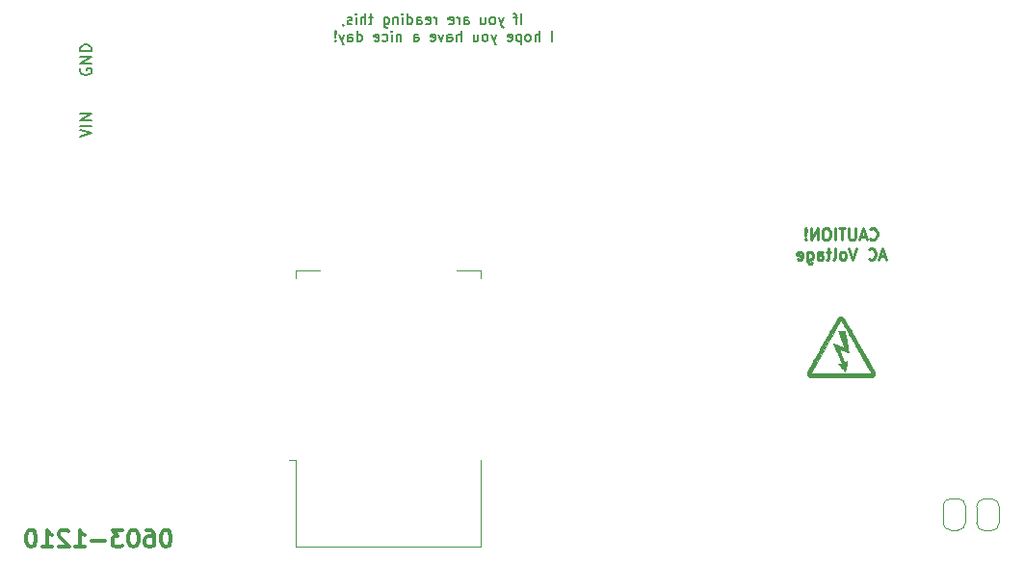
<source format=gbr>
G04 #@! TF.GenerationSoftware,KiCad,Pcbnew,5.1.9-73d0e3b20d~88~ubuntu18.04.1*
G04 #@! TF.CreationDate,2021-03-27T22:42:29+02:00*
G04 #@! TF.ProjectId,Electra,456c6563-7472-4612-9e6b-696361645f70,1*
G04 #@! TF.SameCoordinates,Original*
G04 #@! TF.FileFunction,Legend,Bot*
G04 #@! TF.FilePolarity,Positive*
%FSLAX46Y46*%
G04 Gerber Fmt 4.6, Leading zero omitted, Abs format (unit mm)*
G04 Created by KiCad (PCBNEW 5.1.9-73d0e3b20d~88~ubuntu18.04.1) date 2021-03-27 22:42:29*
%MOMM*%
%LPD*%
G01*
G04 APERTURE LIST*
%ADD10C,0.150000*%
%ADD11C,0.250000*%
%ADD12C,0.300000*%
%ADD13C,0.010000*%
%ADD14C,0.120000*%
G04 APERTURE END LIST*
D10*
X148867857Y-72182142D02*
X148867857Y-71282142D01*
X148567857Y-71582142D02*
X148225000Y-71582142D01*
X148439285Y-72182142D02*
X148439285Y-71410714D01*
X148396428Y-71325000D01*
X148310714Y-71282142D01*
X148225000Y-71282142D01*
X147325000Y-71582142D02*
X147110714Y-72182142D01*
X146896428Y-71582142D02*
X147110714Y-72182142D01*
X147196428Y-72396428D01*
X147239285Y-72439285D01*
X147325000Y-72482142D01*
X146425000Y-72182142D02*
X146510714Y-72139285D01*
X146553571Y-72096428D01*
X146596428Y-72010714D01*
X146596428Y-71753571D01*
X146553571Y-71667857D01*
X146510714Y-71625000D01*
X146425000Y-71582142D01*
X146296428Y-71582142D01*
X146210714Y-71625000D01*
X146167857Y-71667857D01*
X146125000Y-71753571D01*
X146125000Y-72010714D01*
X146167857Y-72096428D01*
X146210714Y-72139285D01*
X146296428Y-72182142D01*
X146425000Y-72182142D01*
X145353571Y-71582142D02*
X145353571Y-72182142D01*
X145739285Y-71582142D02*
X145739285Y-72053571D01*
X145696428Y-72139285D01*
X145610714Y-72182142D01*
X145482142Y-72182142D01*
X145396428Y-72139285D01*
X145353571Y-72096428D01*
X143853571Y-72182142D02*
X143853571Y-71710714D01*
X143896428Y-71625000D01*
X143982142Y-71582142D01*
X144153571Y-71582142D01*
X144239285Y-71625000D01*
X143853571Y-72139285D02*
X143939285Y-72182142D01*
X144153571Y-72182142D01*
X144239285Y-72139285D01*
X144282142Y-72053571D01*
X144282142Y-71967857D01*
X144239285Y-71882142D01*
X144153571Y-71839285D01*
X143939285Y-71839285D01*
X143853571Y-71796428D01*
X143425000Y-72182142D02*
X143425000Y-71582142D01*
X143425000Y-71753571D02*
X143382142Y-71667857D01*
X143339285Y-71625000D01*
X143253571Y-71582142D01*
X143167857Y-71582142D01*
X142525000Y-72139285D02*
X142610714Y-72182142D01*
X142782142Y-72182142D01*
X142867857Y-72139285D01*
X142910714Y-72053571D01*
X142910714Y-71710714D01*
X142867857Y-71625000D01*
X142782142Y-71582142D01*
X142610714Y-71582142D01*
X142525000Y-71625000D01*
X142482142Y-71710714D01*
X142482142Y-71796428D01*
X142910714Y-71882142D01*
X141410714Y-72182142D02*
X141410714Y-71582142D01*
X141410714Y-71753571D02*
X141367857Y-71667857D01*
X141325000Y-71625000D01*
X141239285Y-71582142D01*
X141153571Y-71582142D01*
X140510714Y-72139285D02*
X140596428Y-72182142D01*
X140767857Y-72182142D01*
X140853571Y-72139285D01*
X140896428Y-72053571D01*
X140896428Y-71710714D01*
X140853571Y-71625000D01*
X140767857Y-71582142D01*
X140596428Y-71582142D01*
X140510714Y-71625000D01*
X140467857Y-71710714D01*
X140467857Y-71796428D01*
X140896428Y-71882142D01*
X139696428Y-72182142D02*
X139696428Y-71710714D01*
X139739285Y-71625000D01*
X139825000Y-71582142D01*
X139996428Y-71582142D01*
X140082142Y-71625000D01*
X139696428Y-72139285D02*
X139782142Y-72182142D01*
X139996428Y-72182142D01*
X140082142Y-72139285D01*
X140125000Y-72053571D01*
X140125000Y-71967857D01*
X140082142Y-71882142D01*
X139996428Y-71839285D01*
X139782142Y-71839285D01*
X139696428Y-71796428D01*
X138882142Y-72182142D02*
X138882142Y-71282142D01*
X138882142Y-72139285D02*
X138967857Y-72182142D01*
X139139285Y-72182142D01*
X139225000Y-72139285D01*
X139267857Y-72096428D01*
X139310714Y-72010714D01*
X139310714Y-71753571D01*
X139267857Y-71667857D01*
X139225000Y-71625000D01*
X139139285Y-71582142D01*
X138967857Y-71582142D01*
X138882142Y-71625000D01*
X138453571Y-72182142D02*
X138453571Y-71582142D01*
X138453571Y-71282142D02*
X138496428Y-71325000D01*
X138453571Y-71367857D01*
X138410714Y-71325000D01*
X138453571Y-71282142D01*
X138453571Y-71367857D01*
X138025000Y-71582142D02*
X138025000Y-72182142D01*
X138025000Y-71667857D02*
X137982142Y-71625000D01*
X137896428Y-71582142D01*
X137767857Y-71582142D01*
X137682142Y-71625000D01*
X137639285Y-71710714D01*
X137639285Y-72182142D01*
X136825000Y-71582142D02*
X136825000Y-72310714D01*
X136867857Y-72396428D01*
X136910714Y-72439285D01*
X136996428Y-72482142D01*
X137125000Y-72482142D01*
X137210714Y-72439285D01*
X136825000Y-72139285D02*
X136910714Y-72182142D01*
X137082142Y-72182142D01*
X137167857Y-72139285D01*
X137210714Y-72096428D01*
X137253571Y-72010714D01*
X137253571Y-71753571D01*
X137210714Y-71667857D01*
X137167857Y-71625000D01*
X137082142Y-71582142D01*
X136910714Y-71582142D01*
X136825000Y-71625000D01*
X135839285Y-71582142D02*
X135496428Y-71582142D01*
X135710714Y-71282142D02*
X135710714Y-72053571D01*
X135667857Y-72139285D01*
X135582142Y-72182142D01*
X135496428Y-72182142D01*
X135196428Y-72182142D02*
X135196428Y-71282142D01*
X134810714Y-72182142D02*
X134810714Y-71710714D01*
X134853571Y-71625000D01*
X134939285Y-71582142D01*
X135067857Y-71582142D01*
X135153571Y-71625000D01*
X135196428Y-71667857D01*
X134382142Y-72182142D02*
X134382142Y-71582142D01*
X134382142Y-71282142D02*
X134425000Y-71325000D01*
X134382142Y-71367857D01*
X134339285Y-71325000D01*
X134382142Y-71282142D01*
X134382142Y-71367857D01*
X133996428Y-72139285D02*
X133910714Y-72182142D01*
X133739285Y-72182142D01*
X133653571Y-72139285D01*
X133610714Y-72053571D01*
X133610714Y-72010714D01*
X133653571Y-71925000D01*
X133739285Y-71882142D01*
X133867857Y-71882142D01*
X133953571Y-71839285D01*
X133996428Y-71753571D01*
X133996428Y-71710714D01*
X133953571Y-71625000D01*
X133867857Y-71582142D01*
X133739285Y-71582142D01*
X133653571Y-71625000D01*
X133182142Y-72139285D02*
X133182142Y-72182142D01*
X133225000Y-72267857D01*
X133267857Y-72310714D01*
X151610714Y-73682142D02*
X151610714Y-72782142D01*
X150496428Y-73682142D02*
X150496428Y-72782142D01*
X150110714Y-73682142D02*
X150110714Y-73210714D01*
X150153571Y-73125000D01*
X150239285Y-73082142D01*
X150367857Y-73082142D01*
X150453571Y-73125000D01*
X150496428Y-73167857D01*
X149553571Y-73682142D02*
X149639285Y-73639285D01*
X149682142Y-73596428D01*
X149725000Y-73510714D01*
X149725000Y-73253571D01*
X149682142Y-73167857D01*
X149639285Y-73125000D01*
X149553571Y-73082142D01*
X149425000Y-73082142D01*
X149339285Y-73125000D01*
X149296428Y-73167857D01*
X149253571Y-73253571D01*
X149253571Y-73510714D01*
X149296428Y-73596428D01*
X149339285Y-73639285D01*
X149425000Y-73682142D01*
X149553571Y-73682142D01*
X148867857Y-73082142D02*
X148867857Y-73982142D01*
X148867857Y-73125000D02*
X148782142Y-73082142D01*
X148610714Y-73082142D01*
X148525000Y-73125000D01*
X148482142Y-73167857D01*
X148439285Y-73253571D01*
X148439285Y-73510714D01*
X148482142Y-73596428D01*
X148525000Y-73639285D01*
X148610714Y-73682142D01*
X148782142Y-73682142D01*
X148867857Y-73639285D01*
X147710714Y-73639285D02*
X147796428Y-73682142D01*
X147967857Y-73682142D01*
X148053571Y-73639285D01*
X148096428Y-73553571D01*
X148096428Y-73210714D01*
X148053571Y-73125000D01*
X147967857Y-73082142D01*
X147796428Y-73082142D01*
X147710714Y-73125000D01*
X147667857Y-73210714D01*
X147667857Y-73296428D01*
X148096428Y-73382142D01*
X146682142Y-73082142D02*
X146467857Y-73682142D01*
X146253571Y-73082142D02*
X146467857Y-73682142D01*
X146553571Y-73896428D01*
X146596428Y-73939285D01*
X146682142Y-73982142D01*
X145782142Y-73682142D02*
X145867857Y-73639285D01*
X145910714Y-73596428D01*
X145953571Y-73510714D01*
X145953571Y-73253571D01*
X145910714Y-73167857D01*
X145867857Y-73125000D01*
X145782142Y-73082142D01*
X145653571Y-73082142D01*
X145567857Y-73125000D01*
X145525000Y-73167857D01*
X145482142Y-73253571D01*
X145482142Y-73510714D01*
X145525000Y-73596428D01*
X145567857Y-73639285D01*
X145653571Y-73682142D01*
X145782142Y-73682142D01*
X144710714Y-73082142D02*
X144710714Y-73682142D01*
X145096428Y-73082142D02*
X145096428Y-73553571D01*
X145053571Y-73639285D01*
X144967857Y-73682142D01*
X144839285Y-73682142D01*
X144753571Y-73639285D01*
X144710714Y-73596428D01*
X143596428Y-73682142D02*
X143596428Y-72782142D01*
X143210714Y-73682142D02*
X143210714Y-73210714D01*
X143253571Y-73125000D01*
X143339285Y-73082142D01*
X143467857Y-73082142D01*
X143553571Y-73125000D01*
X143596428Y-73167857D01*
X142396428Y-73682142D02*
X142396428Y-73210714D01*
X142439285Y-73125000D01*
X142525000Y-73082142D01*
X142696428Y-73082142D01*
X142782142Y-73125000D01*
X142396428Y-73639285D02*
X142482142Y-73682142D01*
X142696428Y-73682142D01*
X142782142Y-73639285D01*
X142825000Y-73553571D01*
X142825000Y-73467857D01*
X142782142Y-73382142D01*
X142696428Y-73339285D01*
X142482142Y-73339285D01*
X142396428Y-73296428D01*
X142053571Y-73082142D02*
X141839285Y-73682142D01*
X141625000Y-73082142D01*
X140939285Y-73639285D02*
X141025000Y-73682142D01*
X141196428Y-73682142D01*
X141282142Y-73639285D01*
X141325000Y-73553571D01*
X141325000Y-73210714D01*
X141282142Y-73125000D01*
X141196428Y-73082142D01*
X141025000Y-73082142D01*
X140939285Y-73125000D01*
X140896428Y-73210714D01*
X140896428Y-73296428D01*
X141325000Y-73382142D01*
X139439285Y-73682142D02*
X139439285Y-73210714D01*
X139482142Y-73125000D01*
X139567857Y-73082142D01*
X139739285Y-73082142D01*
X139825000Y-73125000D01*
X139439285Y-73639285D02*
X139525000Y-73682142D01*
X139739285Y-73682142D01*
X139825000Y-73639285D01*
X139867857Y-73553571D01*
X139867857Y-73467857D01*
X139825000Y-73382142D01*
X139739285Y-73339285D01*
X139525000Y-73339285D01*
X139439285Y-73296428D01*
X138325000Y-73082142D02*
X138325000Y-73682142D01*
X138325000Y-73167857D02*
X138282142Y-73125000D01*
X138196428Y-73082142D01*
X138067857Y-73082142D01*
X137982142Y-73125000D01*
X137939285Y-73210714D01*
X137939285Y-73682142D01*
X137510714Y-73682142D02*
X137510714Y-73082142D01*
X137510714Y-72782142D02*
X137553571Y-72825000D01*
X137510714Y-72867857D01*
X137467857Y-72825000D01*
X137510714Y-72782142D01*
X137510714Y-72867857D01*
X136696428Y-73639285D02*
X136782142Y-73682142D01*
X136953571Y-73682142D01*
X137039285Y-73639285D01*
X137082142Y-73596428D01*
X137125000Y-73510714D01*
X137125000Y-73253571D01*
X137082142Y-73167857D01*
X137039285Y-73125000D01*
X136953571Y-73082142D01*
X136782142Y-73082142D01*
X136696428Y-73125000D01*
X135967857Y-73639285D02*
X136053571Y-73682142D01*
X136225000Y-73682142D01*
X136310714Y-73639285D01*
X136353571Y-73553571D01*
X136353571Y-73210714D01*
X136310714Y-73125000D01*
X136225000Y-73082142D01*
X136053571Y-73082142D01*
X135967857Y-73125000D01*
X135925000Y-73210714D01*
X135925000Y-73296428D01*
X136353571Y-73382142D01*
X134467857Y-73682142D02*
X134467857Y-72782142D01*
X134467857Y-73639285D02*
X134553571Y-73682142D01*
X134725000Y-73682142D01*
X134810714Y-73639285D01*
X134853571Y-73596428D01*
X134896428Y-73510714D01*
X134896428Y-73253571D01*
X134853571Y-73167857D01*
X134810714Y-73125000D01*
X134725000Y-73082142D01*
X134553571Y-73082142D01*
X134467857Y-73125000D01*
X133653571Y-73682142D02*
X133653571Y-73210714D01*
X133696428Y-73125000D01*
X133782142Y-73082142D01*
X133953571Y-73082142D01*
X134039285Y-73125000D01*
X133653571Y-73639285D02*
X133739285Y-73682142D01*
X133953571Y-73682142D01*
X134039285Y-73639285D01*
X134082142Y-73553571D01*
X134082142Y-73467857D01*
X134039285Y-73382142D01*
X133953571Y-73339285D01*
X133739285Y-73339285D01*
X133653571Y-73296428D01*
X133310714Y-73082142D02*
X133096428Y-73682142D01*
X132882142Y-73082142D02*
X133096428Y-73682142D01*
X133182142Y-73896428D01*
X133225000Y-73939285D01*
X133310714Y-73982142D01*
X132539285Y-73596428D02*
X132496428Y-73639285D01*
X132539285Y-73682142D01*
X132582142Y-73639285D01*
X132539285Y-73596428D01*
X132539285Y-73682142D01*
X132539285Y-73339285D02*
X132582142Y-72825000D01*
X132539285Y-72782142D01*
X132496428Y-72825000D01*
X132539285Y-73339285D01*
X132539285Y-72782142D01*
D11*
X179547619Y-91057142D02*
X179595238Y-91104761D01*
X179738095Y-91152380D01*
X179833333Y-91152380D01*
X179976190Y-91104761D01*
X180071428Y-91009523D01*
X180119047Y-90914285D01*
X180166666Y-90723809D01*
X180166666Y-90580952D01*
X180119047Y-90390476D01*
X180071428Y-90295238D01*
X179976190Y-90200000D01*
X179833333Y-90152380D01*
X179738095Y-90152380D01*
X179595238Y-90200000D01*
X179547619Y-90247619D01*
X179166666Y-90866666D02*
X178690476Y-90866666D01*
X179261904Y-91152380D02*
X178928571Y-90152380D01*
X178595238Y-91152380D01*
X178261904Y-90152380D02*
X178261904Y-90961904D01*
X178214285Y-91057142D01*
X178166666Y-91104761D01*
X178071428Y-91152380D01*
X177880952Y-91152380D01*
X177785714Y-91104761D01*
X177738095Y-91057142D01*
X177690476Y-90961904D01*
X177690476Y-90152380D01*
X177357142Y-90152380D02*
X176785714Y-90152380D01*
X177071428Y-91152380D02*
X177071428Y-90152380D01*
X176452380Y-91152380D02*
X176452380Y-90152380D01*
X175785714Y-90152380D02*
X175595238Y-90152380D01*
X175500000Y-90200000D01*
X175404761Y-90295238D01*
X175357142Y-90485714D01*
X175357142Y-90819047D01*
X175404761Y-91009523D01*
X175500000Y-91104761D01*
X175595238Y-91152380D01*
X175785714Y-91152380D01*
X175880952Y-91104761D01*
X175976190Y-91009523D01*
X176023809Y-90819047D01*
X176023809Y-90485714D01*
X175976190Y-90295238D01*
X175880952Y-90200000D01*
X175785714Y-90152380D01*
X174928571Y-91152380D02*
X174928571Y-90152380D01*
X174357142Y-91152380D01*
X174357142Y-90152380D01*
X173880952Y-91057142D02*
X173833333Y-91104761D01*
X173880952Y-91152380D01*
X173928571Y-91104761D01*
X173880952Y-91057142D01*
X173880952Y-91152380D01*
X173880952Y-90771428D02*
X173928571Y-90200000D01*
X173880952Y-90152380D01*
X173833333Y-90200000D01*
X173880952Y-90771428D01*
X173880952Y-90152380D01*
X180880952Y-92616666D02*
X180404761Y-92616666D01*
X180976190Y-92902380D02*
X180642857Y-91902380D01*
X180309523Y-92902380D01*
X179404761Y-92807142D02*
X179452380Y-92854761D01*
X179595238Y-92902380D01*
X179690476Y-92902380D01*
X179833333Y-92854761D01*
X179928571Y-92759523D01*
X179976190Y-92664285D01*
X180023809Y-92473809D01*
X180023809Y-92330952D01*
X179976190Y-92140476D01*
X179928571Y-92045238D01*
X179833333Y-91950000D01*
X179690476Y-91902380D01*
X179595238Y-91902380D01*
X179452380Y-91950000D01*
X179404761Y-91997619D01*
X178357142Y-91902380D02*
X178023809Y-92902380D01*
X177690476Y-91902380D01*
X177214285Y-92902380D02*
X177309523Y-92854761D01*
X177357142Y-92807142D01*
X177404761Y-92711904D01*
X177404761Y-92426190D01*
X177357142Y-92330952D01*
X177309523Y-92283333D01*
X177214285Y-92235714D01*
X177071428Y-92235714D01*
X176976190Y-92283333D01*
X176928571Y-92330952D01*
X176880952Y-92426190D01*
X176880952Y-92711904D01*
X176928571Y-92807142D01*
X176976190Y-92854761D01*
X177071428Y-92902380D01*
X177214285Y-92902380D01*
X176309523Y-92902380D02*
X176404761Y-92854761D01*
X176452380Y-92759523D01*
X176452380Y-91902380D01*
X176071428Y-92235714D02*
X175690476Y-92235714D01*
X175928571Y-91902380D02*
X175928571Y-92759523D01*
X175880952Y-92854761D01*
X175785714Y-92902380D01*
X175690476Y-92902380D01*
X174928571Y-92902380D02*
X174928571Y-92378571D01*
X174976190Y-92283333D01*
X175071428Y-92235714D01*
X175261904Y-92235714D01*
X175357142Y-92283333D01*
X174928571Y-92854761D02*
X175023809Y-92902380D01*
X175261904Y-92902380D01*
X175357142Y-92854761D01*
X175404761Y-92759523D01*
X175404761Y-92664285D01*
X175357142Y-92569047D01*
X175261904Y-92521428D01*
X175023809Y-92521428D01*
X174928571Y-92473809D01*
X174023809Y-92235714D02*
X174023809Y-93045238D01*
X174071428Y-93140476D01*
X174119047Y-93188095D01*
X174214285Y-93235714D01*
X174357142Y-93235714D01*
X174452380Y-93188095D01*
X174023809Y-92854761D02*
X174119047Y-92902380D01*
X174309523Y-92902380D01*
X174404761Y-92854761D01*
X174452380Y-92807142D01*
X174500000Y-92711904D01*
X174500000Y-92426190D01*
X174452380Y-92330952D01*
X174404761Y-92283333D01*
X174309523Y-92235714D01*
X174119047Y-92235714D01*
X174023809Y-92283333D01*
X173166666Y-92854761D02*
X173261904Y-92902380D01*
X173452380Y-92902380D01*
X173547619Y-92854761D01*
X173595238Y-92759523D01*
X173595238Y-92378571D01*
X173547619Y-92283333D01*
X173452380Y-92235714D01*
X173261904Y-92235714D01*
X173166666Y-92283333D01*
X173119047Y-92378571D01*
X173119047Y-92473809D01*
X173595238Y-92569047D01*
D12*
X117725000Y-116678571D02*
X117582142Y-116678571D01*
X117439285Y-116750000D01*
X117367857Y-116821428D01*
X117296428Y-116964285D01*
X117225000Y-117250000D01*
X117225000Y-117607142D01*
X117296428Y-117892857D01*
X117367857Y-118035714D01*
X117439285Y-118107142D01*
X117582142Y-118178571D01*
X117725000Y-118178571D01*
X117867857Y-118107142D01*
X117939285Y-118035714D01*
X118010714Y-117892857D01*
X118082142Y-117607142D01*
X118082142Y-117250000D01*
X118010714Y-116964285D01*
X117939285Y-116821428D01*
X117867857Y-116750000D01*
X117725000Y-116678571D01*
X115939285Y-116678571D02*
X116225000Y-116678571D01*
X116367857Y-116750000D01*
X116439285Y-116821428D01*
X116582142Y-117035714D01*
X116653571Y-117321428D01*
X116653571Y-117892857D01*
X116582142Y-118035714D01*
X116510714Y-118107142D01*
X116367857Y-118178571D01*
X116082142Y-118178571D01*
X115939285Y-118107142D01*
X115867857Y-118035714D01*
X115796428Y-117892857D01*
X115796428Y-117535714D01*
X115867857Y-117392857D01*
X115939285Y-117321428D01*
X116082142Y-117250000D01*
X116367857Y-117250000D01*
X116510714Y-117321428D01*
X116582142Y-117392857D01*
X116653571Y-117535714D01*
X114867857Y-116678571D02*
X114725000Y-116678571D01*
X114582142Y-116750000D01*
X114510714Y-116821428D01*
X114439285Y-116964285D01*
X114367857Y-117250000D01*
X114367857Y-117607142D01*
X114439285Y-117892857D01*
X114510714Y-118035714D01*
X114582142Y-118107142D01*
X114725000Y-118178571D01*
X114867857Y-118178571D01*
X115010714Y-118107142D01*
X115082142Y-118035714D01*
X115153571Y-117892857D01*
X115225000Y-117607142D01*
X115225000Y-117250000D01*
X115153571Y-116964285D01*
X115082142Y-116821428D01*
X115010714Y-116750000D01*
X114867857Y-116678571D01*
X113867857Y-116678571D02*
X112939285Y-116678571D01*
X113439285Y-117250000D01*
X113225000Y-117250000D01*
X113082142Y-117321428D01*
X113010714Y-117392857D01*
X112939285Y-117535714D01*
X112939285Y-117892857D01*
X113010714Y-118035714D01*
X113082142Y-118107142D01*
X113225000Y-118178571D01*
X113653571Y-118178571D01*
X113796428Y-118107142D01*
X113867857Y-118035714D01*
X112296428Y-117607142D02*
X111153571Y-117607142D01*
X109653571Y-118178571D02*
X110510714Y-118178571D01*
X110082142Y-118178571D02*
X110082142Y-116678571D01*
X110225000Y-116892857D01*
X110367857Y-117035714D01*
X110510714Y-117107142D01*
X109082142Y-116821428D02*
X109010714Y-116750000D01*
X108867857Y-116678571D01*
X108510714Y-116678571D01*
X108367857Y-116750000D01*
X108296428Y-116821428D01*
X108225000Y-116964285D01*
X108225000Y-117107142D01*
X108296428Y-117321428D01*
X109153571Y-118178571D01*
X108225000Y-118178571D01*
X106796428Y-118178571D02*
X107653571Y-118178571D01*
X107225000Y-118178571D02*
X107225000Y-116678571D01*
X107367857Y-116892857D01*
X107510714Y-117035714D01*
X107653571Y-117107142D01*
X105867857Y-116678571D02*
X105725000Y-116678571D01*
X105582142Y-116750000D01*
X105510714Y-116821428D01*
X105439285Y-116964285D01*
X105367857Y-117250000D01*
X105367857Y-117607142D01*
X105439285Y-117892857D01*
X105510714Y-118035714D01*
X105582142Y-118107142D01*
X105725000Y-118178571D01*
X105867857Y-118178571D01*
X106010714Y-118107142D01*
X106082142Y-118035714D01*
X106153571Y-117892857D01*
X106225000Y-117607142D01*
X106225000Y-117250000D01*
X106153571Y-116964285D01*
X106082142Y-116821428D01*
X106010714Y-116750000D01*
X105867857Y-116678571D01*
D10*
X110127380Y-82120238D02*
X111127380Y-81786904D01*
X110127380Y-81453571D01*
X111127380Y-81120238D02*
X110127380Y-81120238D01*
X111127380Y-80644047D02*
X110127380Y-80644047D01*
X111127380Y-80072619D01*
X110127380Y-80072619D01*
X110175000Y-76086904D02*
X110127380Y-76182142D01*
X110127380Y-76325000D01*
X110175000Y-76467857D01*
X110270238Y-76563095D01*
X110365476Y-76610714D01*
X110555952Y-76658333D01*
X110698809Y-76658333D01*
X110889285Y-76610714D01*
X110984523Y-76563095D01*
X111079761Y-76467857D01*
X111127380Y-76325000D01*
X111127380Y-76229761D01*
X111079761Y-76086904D01*
X111032142Y-76039285D01*
X110698809Y-76039285D01*
X110698809Y-76229761D01*
X111127380Y-75610714D02*
X110127380Y-75610714D01*
X111127380Y-75039285D01*
X110127380Y-75039285D01*
X111127380Y-74563095D02*
X110127380Y-74563095D01*
X110127380Y-74325000D01*
X110175000Y-74182142D01*
X110270238Y-74086904D01*
X110365476Y-74039285D01*
X110555952Y-73991666D01*
X110698809Y-73991666D01*
X110889285Y-74039285D01*
X110984523Y-74086904D01*
X111079761Y-74182142D01*
X111127380Y-74325000D01*
X111127380Y-74563095D01*
D13*
G36*
X176949172Y-99188249D02*
G01*
X176871750Y-99190040D01*
X176810594Y-99192766D01*
X176770450Y-99196217D01*
X176756062Y-99200170D01*
X176761341Y-99216472D01*
X176776489Y-99258499D01*
X176800475Y-99323497D01*
X176832268Y-99408714D01*
X176870836Y-99511399D01*
X176915147Y-99628797D01*
X176964171Y-99758158D01*
X177016876Y-99896727D01*
X177028861Y-99928171D01*
X177082067Y-100068108D01*
X177131626Y-100199228D01*
X177176530Y-100318812D01*
X177215774Y-100424142D01*
X177248350Y-100512502D01*
X177273252Y-100581172D01*
X177289474Y-100627434D01*
X177296009Y-100648571D01*
X177296036Y-100649592D01*
X177280898Y-100646012D01*
X177240521Y-100633093D01*
X177178291Y-100612009D01*
X177097591Y-100583934D01*
X177001806Y-100550041D01*
X176894322Y-100511503D01*
X176817047Y-100483524D01*
X176703533Y-100442537D01*
X176599379Y-100405454D01*
X176507979Y-100373441D01*
X176432730Y-100347666D01*
X176377025Y-100329298D01*
X176344260Y-100319504D01*
X176336828Y-100318324D01*
X176341511Y-100333140D01*
X176357373Y-100373481D01*
X176383391Y-100436926D01*
X176418542Y-100521056D01*
X176461804Y-100623450D01*
X176512154Y-100741689D01*
X176568568Y-100873354D01*
X176630025Y-101016022D01*
X176695501Y-101167276D01*
X176700194Y-101178091D01*
X177070415Y-102031003D01*
X176919773Y-102035359D01*
X176856854Y-102038344D01*
X176807862Y-102042900D01*
X176779010Y-102048317D01*
X176774031Y-102052048D01*
X176784776Y-102067570D01*
X176811526Y-102102770D01*
X176851389Y-102154033D01*
X176901476Y-102217740D01*
X176958894Y-102290276D01*
X177020752Y-102368022D01*
X177084160Y-102447363D01*
X177146227Y-102524681D01*
X177204062Y-102596359D01*
X177254772Y-102658780D01*
X177295469Y-102708328D01*
X177323260Y-102741384D01*
X177335254Y-102754333D01*
X177335414Y-102754392D01*
X177340229Y-102740240D01*
X177350175Y-102699836D01*
X177364448Y-102636840D01*
X177382243Y-102554911D01*
X177402757Y-102457706D01*
X177425186Y-102348883D01*
X177433241Y-102309213D01*
X177456303Y-102195469D01*
X177477693Y-102090467D01*
X177496590Y-101998199D01*
X177512173Y-101922654D01*
X177523621Y-101867823D01*
X177530114Y-101837695D01*
X177530973Y-101834069D01*
X177526231Y-101826349D01*
X177502528Y-101836909D01*
X177458482Y-101866524D01*
X177414988Y-101898865D01*
X177362756Y-101938151D01*
X177320046Y-101969381D01*
X177292290Y-101988634D01*
X177284689Y-101992887D01*
X177277780Y-101979154D01*
X177261815Y-101940352D01*
X177238131Y-101880082D01*
X177208062Y-101801942D01*
X177172944Y-101709533D01*
X177134112Y-101606454D01*
X177092902Y-101496304D01*
X177050647Y-101382683D01*
X177008684Y-101269190D01*
X176968347Y-101159425D01*
X176930973Y-101056987D01*
X176897896Y-100965475D01*
X176870451Y-100888490D01*
X176849973Y-100829629D01*
X176837798Y-100792494D01*
X176835012Y-100780645D01*
X176850489Y-100783840D01*
X176890969Y-100796089D01*
X176952747Y-100816163D01*
X177032120Y-100842832D01*
X177125385Y-100874867D01*
X177228838Y-100911039D01*
X177244730Y-100916648D01*
X177349172Y-100953460D01*
X177443733Y-100986605D01*
X177524752Y-101014816D01*
X177588568Y-101036824D01*
X177631522Y-101051361D01*
X177649954Y-101057159D01*
X177650378Y-101057196D01*
X177648178Y-101042269D01*
X177641003Y-100999907D01*
X177629311Y-100932677D01*
X177613556Y-100843148D01*
X177594193Y-100733889D01*
X177571678Y-100607469D01*
X177546466Y-100466457D01*
X177519013Y-100313422D01*
X177489774Y-100150931D01*
X177486518Y-100132863D01*
X177457040Y-99969167D01*
X177429231Y-99814389D01*
X177403553Y-99671132D01*
X177380471Y-99542002D01*
X177360449Y-99429601D01*
X177343950Y-99336535D01*
X177331437Y-99265408D01*
X177323376Y-99218823D01*
X177320230Y-99199386D01*
X177320203Y-99199040D01*
X177305737Y-99195434D01*
X177265526Y-99192295D01*
X177204316Y-99189816D01*
X177126854Y-99188188D01*
X177038115Y-99187605D01*
X176949172Y-99188249D01*
G37*
X176949172Y-99188249D02*
X176871750Y-99190040D01*
X176810594Y-99192766D01*
X176770450Y-99196217D01*
X176756062Y-99200170D01*
X176761341Y-99216472D01*
X176776489Y-99258499D01*
X176800475Y-99323497D01*
X176832268Y-99408714D01*
X176870836Y-99511399D01*
X176915147Y-99628797D01*
X176964171Y-99758158D01*
X177016876Y-99896727D01*
X177028861Y-99928171D01*
X177082067Y-100068108D01*
X177131626Y-100199228D01*
X177176530Y-100318812D01*
X177215774Y-100424142D01*
X177248350Y-100512502D01*
X177273252Y-100581172D01*
X177289474Y-100627434D01*
X177296009Y-100648571D01*
X177296036Y-100649592D01*
X177280898Y-100646012D01*
X177240521Y-100633093D01*
X177178291Y-100612009D01*
X177097591Y-100583934D01*
X177001806Y-100550041D01*
X176894322Y-100511503D01*
X176817047Y-100483524D01*
X176703533Y-100442537D01*
X176599379Y-100405454D01*
X176507979Y-100373441D01*
X176432730Y-100347666D01*
X176377025Y-100329298D01*
X176344260Y-100319504D01*
X176336828Y-100318324D01*
X176341511Y-100333140D01*
X176357373Y-100373481D01*
X176383391Y-100436926D01*
X176418542Y-100521056D01*
X176461804Y-100623450D01*
X176512154Y-100741689D01*
X176568568Y-100873354D01*
X176630025Y-101016022D01*
X176695501Y-101167276D01*
X176700194Y-101178091D01*
X177070415Y-102031003D01*
X176919773Y-102035359D01*
X176856854Y-102038344D01*
X176807862Y-102042900D01*
X176779010Y-102048317D01*
X176774031Y-102052048D01*
X176784776Y-102067570D01*
X176811526Y-102102770D01*
X176851389Y-102154033D01*
X176901476Y-102217740D01*
X176958894Y-102290276D01*
X177020752Y-102368022D01*
X177084160Y-102447363D01*
X177146227Y-102524681D01*
X177204062Y-102596359D01*
X177254772Y-102658780D01*
X177295469Y-102708328D01*
X177323260Y-102741384D01*
X177335254Y-102754333D01*
X177335414Y-102754392D01*
X177340229Y-102740240D01*
X177350175Y-102699836D01*
X177364448Y-102636840D01*
X177382243Y-102554911D01*
X177402757Y-102457706D01*
X177425186Y-102348883D01*
X177433241Y-102309213D01*
X177456303Y-102195469D01*
X177477693Y-102090467D01*
X177496590Y-101998199D01*
X177512173Y-101922654D01*
X177523621Y-101867823D01*
X177530114Y-101837695D01*
X177530973Y-101834069D01*
X177526231Y-101826349D01*
X177502528Y-101836909D01*
X177458482Y-101866524D01*
X177414988Y-101898865D01*
X177362756Y-101938151D01*
X177320046Y-101969381D01*
X177292290Y-101988634D01*
X177284689Y-101992887D01*
X177277780Y-101979154D01*
X177261815Y-101940352D01*
X177238131Y-101880082D01*
X177208062Y-101801942D01*
X177172944Y-101709533D01*
X177134112Y-101606454D01*
X177092902Y-101496304D01*
X177050647Y-101382683D01*
X177008684Y-101269190D01*
X176968347Y-101159425D01*
X176930973Y-101056987D01*
X176897896Y-100965475D01*
X176870451Y-100888490D01*
X176849973Y-100829629D01*
X176837798Y-100792494D01*
X176835012Y-100780645D01*
X176850489Y-100783840D01*
X176890969Y-100796089D01*
X176952747Y-100816163D01*
X177032120Y-100842832D01*
X177125385Y-100874867D01*
X177228838Y-100911039D01*
X177244730Y-100916648D01*
X177349172Y-100953460D01*
X177443733Y-100986605D01*
X177524752Y-101014816D01*
X177588568Y-101036824D01*
X177631522Y-101051361D01*
X177649954Y-101057159D01*
X177650378Y-101057196D01*
X177648178Y-101042269D01*
X177641003Y-100999907D01*
X177629311Y-100932677D01*
X177613556Y-100843148D01*
X177594193Y-100733889D01*
X177571678Y-100607469D01*
X177546466Y-100466457D01*
X177519013Y-100313422D01*
X177489774Y-100150931D01*
X177486518Y-100132863D01*
X177457040Y-99969167D01*
X177429231Y-99814389D01*
X177403553Y-99671132D01*
X177380471Y-99542002D01*
X177360449Y-99429601D01*
X177343950Y-99336535D01*
X177331437Y-99265408D01*
X177323376Y-99218823D01*
X177320230Y-99199386D01*
X177320203Y-99199040D01*
X177305737Y-99195434D01*
X177265526Y-99192295D01*
X177204316Y-99189816D01*
X177126854Y-99188188D01*
X177038115Y-99187605D01*
X176949172Y-99188249D01*
G36*
X176897506Y-97916777D02*
G01*
X176809994Y-97951779D01*
X176735138Y-98013541D01*
X176726818Y-98023121D01*
X176713747Y-98043025D01*
X176686765Y-98087775D01*
X176646800Y-98155727D01*
X176594780Y-98245236D01*
X176531632Y-98354658D01*
X176458287Y-98482350D01*
X176375671Y-98626668D01*
X176284714Y-98785967D01*
X176186343Y-98958604D01*
X176081487Y-99142934D01*
X175971073Y-99337313D01*
X175856031Y-99540098D01*
X175737289Y-99749644D01*
X175615774Y-99964307D01*
X175492415Y-100182444D01*
X175368141Y-100402411D01*
X175243879Y-100622562D01*
X175120559Y-100841255D01*
X174999107Y-101056845D01*
X174880454Y-101267688D01*
X174765525Y-101472141D01*
X174655251Y-101668559D01*
X174550560Y-101855298D01*
X174452379Y-102030714D01*
X174361636Y-102193163D01*
X174279261Y-102341002D01*
X174206182Y-102472585D01*
X174143326Y-102586270D01*
X174091622Y-102680412D01*
X174051999Y-102753367D01*
X174025384Y-102803491D01*
X174012706Y-102829140D01*
X174011854Y-102831423D01*
X173996538Y-102934023D01*
X174009810Y-103028670D01*
X174050457Y-103112439D01*
X174117270Y-103182409D01*
X174171849Y-103217870D01*
X174232833Y-103250690D01*
X176969508Y-103253276D01*
X177256588Y-103253483D01*
X177535747Y-103253557D01*
X177805431Y-103253504D01*
X178064090Y-103253330D01*
X178310171Y-103253038D01*
X178542121Y-103252635D01*
X178758390Y-103252125D01*
X178957424Y-103251514D01*
X179137673Y-103250806D01*
X179297584Y-103250007D01*
X179435604Y-103249121D01*
X179550183Y-103248155D01*
X179639768Y-103247112D01*
X179702806Y-103245998D01*
X179737747Y-103244819D01*
X179744396Y-103244153D01*
X179822097Y-103211534D01*
X179888086Y-103167383D01*
X179907465Y-103149020D01*
X179955430Y-103076614D01*
X179981928Y-102989822D01*
X179984005Y-102934334D01*
X179683093Y-102934334D01*
X179677691Y-102936797D01*
X179660674Y-102939053D01*
X179630911Y-102941109D01*
X179587273Y-102942972D01*
X179528631Y-102944652D01*
X179453856Y-102946156D01*
X179361817Y-102947491D01*
X179251387Y-102948667D01*
X179121434Y-102949691D01*
X178970830Y-102950571D01*
X178798445Y-102951315D01*
X178603151Y-102951931D01*
X178383816Y-102952427D01*
X178139313Y-102952811D01*
X177868512Y-102953092D01*
X177570282Y-102953276D01*
X177243496Y-102953372D01*
X176992377Y-102953392D01*
X176646112Y-102953355D01*
X176329180Y-102953242D01*
X176040421Y-102953042D01*
X175778677Y-102952748D01*
X175542786Y-102952351D01*
X175331591Y-102951842D01*
X175143932Y-102951215D01*
X174978649Y-102950459D01*
X174834582Y-102949567D01*
X174710574Y-102948530D01*
X174605463Y-102947340D01*
X174518091Y-102945988D01*
X174447298Y-102944467D01*
X174391925Y-102942768D01*
X174350813Y-102940881D01*
X174322802Y-102938800D01*
X174306732Y-102936516D01*
X174301445Y-102934020D01*
X174301440Y-102933943D01*
X174308793Y-102919074D01*
X174330235Y-102879301D01*
X174364845Y-102816261D01*
X174411702Y-102731588D01*
X174469884Y-102626921D01*
X174538469Y-102503895D01*
X174616536Y-102364147D01*
X174703164Y-102209315D01*
X174797430Y-102041033D01*
X174898413Y-101860939D01*
X175005191Y-101670669D01*
X175116843Y-101471861D01*
X175232447Y-101266149D01*
X175351082Y-101055172D01*
X175471826Y-100840565D01*
X175593757Y-100623965D01*
X175715954Y-100407009D01*
X175837495Y-100191332D01*
X175957459Y-99978573D01*
X176074923Y-99770366D01*
X176188967Y-99568350D01*
X176298668Y-99374159D01*
X176403106Y-99189431D01*
X176501358Y-99015803D01*
X176592503Y-98854911D01*
X176675619Y-98708391D01*
X176749784Y-98577880D01*
X176814078Y-98465014D01*
X176867578Y-98371431D01*
X176909363Y-98298766D01*
X176938511Y-98248656D01*
X176954101Y-98222738D01*
X176956366Y-98219478D01*
X176975010Y-98215470D01*
X176985464Y-98227101D01*
X177003224Y-98256874D01*
X177034584Y-98310455D01*
X177078611Y-98386221D01*
X177134376Y-98482546D01*
X177200948Y-98597808D01*
X177277397Y-98730382D01*
X177362791Y-98878645D01*
X177456200Y-99040973D01*
X177556694Y-99215742D01*
X177663342Y-99401328D01*
X177775214Y-99596108D01*
X177891378Y-99798457D01*
X178010905Y-100006752D01*
X178132863Y-100219369D01*
X178256323Y-100434684D01*
X178380353Y-100651073D01*
X178504023Y-100866913D01*
X178626402Y-101080579D01*
X178746560Y-101290448D01*
X178863567Y-101494897D01*
X178976491Y-101692300D01*
X179084402Y-101881035D01*
X179186369Y-102059477D01*
X179281462Y-102226003D01*
X179368751Y-102378989D01*
X179447304Y-102516810D01*
X179516191Y-102637844D01*
X179574482Y-102740467D01*
X179621245Y-102823054D01*
X179655552Y-102883982D01*
X179676469Y-102921626D01*
X179683093Y-102934334D01*
X179984005Y-102934334D01*
X179985390Y-102897364D01*
X179967388Y-102816177D01*
X179958039Y-102798056D01*
X179934410Y-102755153D01*
X179897442Y-102689108D01*
X179848074Y-102601560D01*
X179787247Y-102494150D01*
X179715902Y-102368516D01*
X179634978Y-102226300D01*
X179545417Y-102069140D01*
X179448159Y-101898676D01*
X179344144Y-101716548D01*
X179234312Y-101524396D01*
X179119604Y-101323860D01*
X179000960Y-101116579D01*
X178879321Y-100904192D01*
X178755628Y-100688341D01*
X178630820Y-100470664D01*
X178505837Y-100252801D01*
X178381622Y-100036393D01*
X178259112Y-99823078D01*
X178139251Y-99614497D01*
X178022976Y-99412289D01*
X177911230Y-99218094D01*
X177804952Y-99033552D01*
X177705083Y-98860302D01*
X177612563Y-98699985D01*
X177528333Y-98554239D01*
X177453333Y-98424706D01*
X177388503Y-98313024D01*
X177334784Y-98220833D01*
X177293116Y-98149773D01*
X177264440Y-98101484D01*
X177250389Y-98078654D01*
X177181390Y-97994856D01*
X177102389Y-97939595D01*
X177012556Y-97912324D01*
X176993695Y-97910220D01*
X176897506Y-97916777D01*
G37*
X176897506Y-97916777D02*
X176809994Y-97951779D01*
X176735138Y-98013541D01*
X176726818Y-98023121D01*
X176713747Y-98043025D01*
X176686765Y-98087775D01*
X176646800Y-98155727D01*
X176594780Y-98245236D01*
X176531632Y-98354658D01*
X176458287Y-98482350D01*
X176375671Y-98626668D01*
X176284714Y-98785967D01*
X176186343Y-98958604D01*
X176081487Y-99142934D01*
X175971073Y-99337313D01*
X175856031Y-99540098D01*
X175737289Y-99749644D01*
X175615774Y-99964307D01*
X175492415Y-100182444D01*
X175368141Y-100402411D01*
X175243879Y-100622562D01*
X175120559Y-100841255D01*
X174999107Y-101056845D01*
X174880454Y-101267688D01*
X174765525Y-101472141D01*
X174655251Y-101668559D01*
X174550560Y-101855298D01*
X174452379Y-102030714D01*
X174361636Y-102193163D01*
X174279261Y-102341002D01*
X174206182Y-102472585D01*
X174143326Y-102586270D01*
X174091622Y-102680412D01*
X174051999Y-102753367D01*
X174025384Y-102803491D01*
X174012706Y-102829140D01*
X174011854Y-102831423D01*
X173996538Y-102934023D01*
X174009810Y-103028670D01*
X174050457Y-103112439D01*
X174117270Y-103182409D01*
X174171849Y-103217870D01*
X174232833Y-103250690D01*
X176969508Y-103253276D01*
X177256588Y-103253483D01*
X177535747Y-103253557D01*
X177805431Y-103253504D01*
X178064090Y-103253330D01*
X178310171Y-103253038D01*
X178542121Y-103252635D01*
X178758390Y-103252125D01*
X178957424Y-103251514D01*
X179137673Y-103250806D01*
X179297584Y-103250007D01*
X179435604Y-103249121D01*
X179550183Y-103248155D01*
X179639768Y-103247112D01*
X179702806Y-103245998D01*
X179737747Y-103244819D01*
X179744396Y-103244153D01*
X179822097Y-103211534D01*
X179888086Y-103167383D01*
X179907465Y-103149020D01*
X179955430Y-103076614D01*
X179981928Y-102989822D01*
X179984005Y-102934334D01*
X179683093Y-102934334D01*
X179677691Y-102936797D01*
X179660674Y-102939053D01*
X179630911Y-102941109D01*
X179587273Y-102942972D01*
X179528631Y-102944652D01*
X179453856Y-102946156D01*
X179361817Y-102947491D01*
X179251387Y-102948667D01*
X179121434Y-102949691D01*
X178970830Y-102950571D01*
X178798445Y-102951315D01*
X178603151Y-102951931D01*
X178383816Y-102952427D01*
X178139313Y-102952811D01*
X177868512Y-102953092D01*
X177570282Y-102953276D01*
X177243496Y-102953372D01*
X176992377Y-102953392D01*
X176646112Y-102953355D01*
X176329180Y-102953242D01*
X176040421Y-102953042D01*
X175778677Y-102952748D01*
X175542786Y-102952351D01*
X175331591Y-102951842D01*
X175143932Y-102951215D01*
X174978649Y-102950459D01*
X174834582Y-102949567D01*
X174710574Y-102948530D01*
X174605463Y-102947340D01*
X174518091Y-102945988D01*
X174447298Y-102944467D01*
X174391925Y-102942768D01*
X174350813Y-102940881D01*
X174322802Y-102938800D01*
X174306732Y-102936516D01*
X174301445Y-102934020D01*
X174301440Y-102933943D01*
X174308793Y-102919074D01*
X174330235Y-102879301D01*
X174364845Y-102816261D01*
X174411702Y-102731588D01*
X174469884Y-102626921D01*
X174538469Y-102503895D01*
X174616536Y-102364147D01*
X174703164Y-102209315D01*
X174797430Y-102041033D01*
X174898413Y-101860939D01*
X175005191Y-101670669D01*
X175116843Y-101471861D01*
X175232447Y-101266149D01*
X175351082Y-101055172D01*
X175471826Y-100840565D01*
X175593757Y-100623965D01*
X175715954Y-100407009D01*
X175837495Y-100191332D01*
X175957459Y-99978573D01*
X176074923Y-99770366D01*
X176188967Y-99568350D01*
X176298668Y-99374159D01*
X176403106Y-99189431D01*
X176501358Y-99015803D01*
X176592503Y-98854911D01*
X176675619Y-98708391D01*
X176749784Y-98577880D01*
X176814078Y-98465014D01*
X176867578Y-98371431D01*
X176909363Y-98298766D01*
X176938511Y-98248656D01*
X176954101Y-98222738D01*
X176956366Y-98219478D01*
X176975010Y-98215470D01*
X176985464Y-98227101D01*
X177003224Y-98256874D01*
X177034584Y-98310455D01*
X177078611Y-98386221D01*
X177134376Y-98482546D01*
X177200948Y-98597808D01*
X177277397Y-98730382D01*
X177362791Y-98878645D01*
X177456200Y-99040973D01*
X177556694Y-99215742D01*
X177663342Y-99401328D01*
X177775214Y-99596108D01*
X177891378Y-99798457D01*
X178010905Y-100006752D01*
X178132863Y-100219369D01*
X178256323Y-100434684D01*
X178380353Y-100651073D01*
X178504023Y-100866913D01*
X178626402Y-101080579D01*
X178746560Y-101290448D01*
X178863567Y-101494897D01*
X178976491Y-101692300D01*
X179084402Y-101881035D01*
X179186369Y-102059477D01*
X179281462Y-102226003D01*
X179368751Y-102378989D01*
X179447304Y-102516810D01*
X179516191Y-102637844D01*
X179574482Y-102740467D01*
X179621245Y-102823054D01*
X179655552Y-102883982D01*
X179676469Y-102921626D01*
X179683093Y-102934334D01*
X179984005Y-102934334D01*
X179985390Y-102897364D01*
X179967388Y-102816177D01*
X179958039Y-102798056D01*
X179934410Y-102755153D01*
X179897442Y-102689108D01*
X179848074Y-102601560D01*
X179787247Y-102494150D01*
X179715902Y-102368516D01*
X179634978Y-102226300D01*
X179545417Y-102069140D01*
X179448159Y-101898676D01*
X179344144Y-101716548D01*
X179234312Y-101524396D01*
X179119604Y-101323860D01*
X179000960Y-101116579D01*
X178879321Y-100904192D01*
X178755628Y-100688341D01*
X178630820Y-100470664D01*
X178505837Y-100252801D01*
X178381622Y-100036393D01*
X178259112Y-99823078D01*
X178139251Y-99614497D01*
X178022976Y-99412289D01*
X177911230Y-99218094D01*
X177804952Y-99033552D01*
X177705083Y-98860302D01*
X177612563Y-98699985D01*
X177528333Y-98554239D01*
X177453333Y-98424706D01*
X177388503Y-98313024D01*
X177334784Y-98220833D01*
X177293116Y-98149773D01*
X177264440Y-98101484D01*
X177250389Y-98078654D01*
X177181390Y-97994856D01*
X177102389Y-97939595D01*
X177012556Y-97912324D01*
X176993695Y-97910220D01*
X176897506Y-97916777D01*
D14*
X189600000Y-116750000D02*
X190200000Y-116750000D01*
X188900000Y-114650000D02*
X188900000Y-116050000D01*
X190200000Y-113950000D02*
X189600000Y-113950000D01*
X190900000Y-116050000D02*
X190900000Y-114650000D01*
X190900000Y-114650000D02*
G75*
G03*
X190200000Y-113950000I-700000J0D01*
G01*
X189600000Y-113950000D02*
G75*
G03*
X188900000Y-114650000I0J-700000D01*
G01*
X188900000Y-116050000D02*
G75*
G03*
X189600000Y-116750000I700000J0D01*
G01*
X190200000Y-116750000D02*
G75*
G03*
X190900000Y-116050000I0J700000D01*
G01*
X187944000Y-116016000D02*
X187944000Y-114616000D01*
X187244000Y-113916000D02*
X186644000Y-113916000D01*
X185944000Y-114616000D02*
X185944000Y-116016000D01*
X186644000Y-116716000D02*
X187244000Y-116716000D01*
X187244000Y-116716000D02*
G75*
G03*
X187944000Y-116016000I0J700000D01*
G01*
X185944000Y-116016000D02*
G75*
G03*
X186644000Y-116716000I700000J0D01*
G01*
X186644000Y-113916000D02*
G75*
G03*
X185944000Y-114616000I0J-700000D01*
G01*
X187944000Y-114616000D02*
G75*
G03*
X187244000Y-113916000I-700000J0D01*
G01*
X129064000Y-118120000D02*
X145304000Y-118120000D01*
X145304000Y-118120000D02*
X145304000Y-110500000D01*
X145304000Y-94500000D02*
X145304000Y-93880000D01*
X145304000Y-93880000D02*
X143184000Y-93880000D01*
X131184000Y-93880000D02*
X129064000Y-93880000D01*
X129064000Y-93880000D02*
X129064000Y-94500000D01*
X129064000Y-110500000D02*
X129064000Y-118120000D01*
X129064000Y-110500000D02*
X128454000Y-110500000D01*
M02*

</source>
